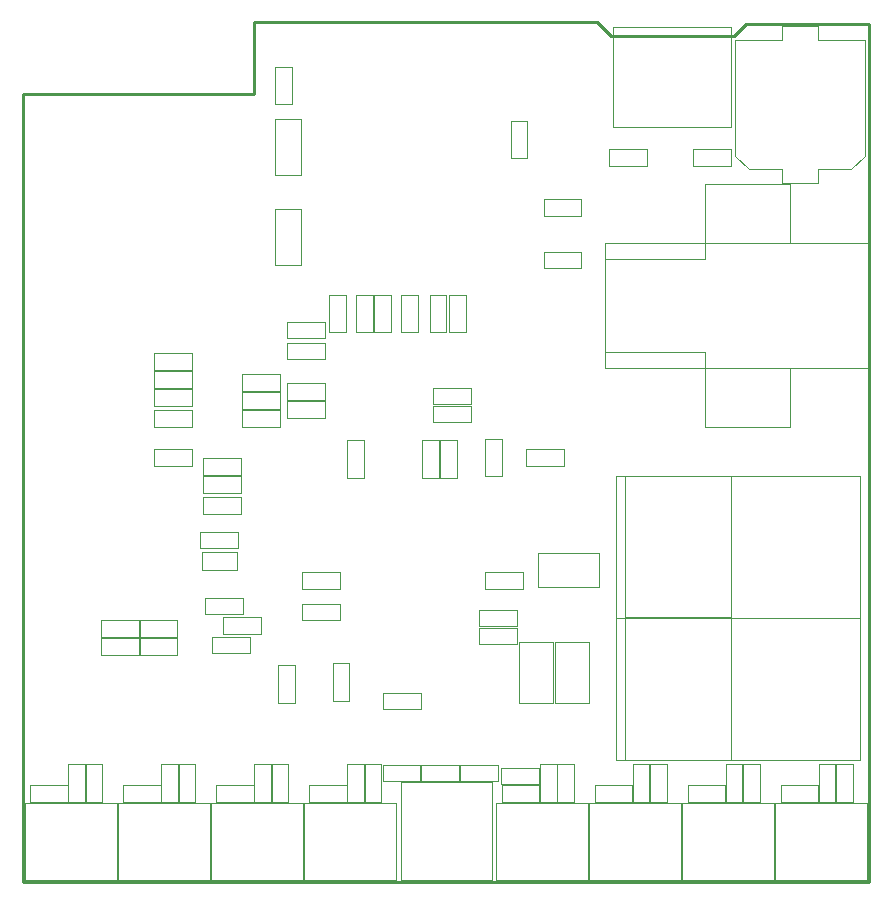
<source format=gbr>
%TF.GenerationSoftware,KiCad,Pcbnew,(7.0.0)*%
%TF.CreationDate,2023-03-12T03:28:47+03:00*%
%TF.ProjectId,ESP32-DEVKIT-L,45535033-322d-4444-9556-4b49542d4c2e,1*%
%TF.SameCoordinates,PX4260300PY8558f68*%
%TF.FileFunction,Other,User*%
%FSLAX46Y46*%
G04 Gerber Fmt 4.6, Leading zero omitted, Abs format (unit mm)*
G04 Created by KiCad (PCBNEW (7.0.0)) date 2023-03-12 03:28:47*
%MOMM*%
%LPD*%
G01*
G04 APERTURE LIST*
%ADD10C,0.050800*%
%ADD11C,0.050000*%
%TA.AperFunction,Profile*%
%ADD12C,0.254000*%
%TD*%
G04 APERTURE END LIST*
D10*
X35365500Y34214340D02*
X35365500Y37409660D01*
X36762500Y34214340D02*
X35365500Y34214340D01*
X35365500Y37409660D02*
X36762500Y37409660D01*
X36762500Y37409660D02*
X36762500Y34214340D01*
X33841500Y34214340D02*
X33841500Y37409660D01*
X35238500Y34214340D02*
X33841500Y34214340D01*
X33841500Y37409660D02*
X35238500Y37409660D01*
X35238500Y37409660D02*
X35238500Y34214340D01*
X15134400Y27973560D02*
X18131600Y27973560D01*
X15134400Y26378440D02*
X15134400Y27973560D01*
X18131600Y27973560D02*
X18131600Y26378440D01*
X18131600Y26378440D02*
X15134400Y26378440D01*
X37524500Y49728660D02*
X37524500Y46533340D01*
X36127500Y49728660D02*
X37524500Y49728660D01*
X37524500Y46533340D02*
X36127500Y46533340D01*
X36127500Y46533340D02*
X36127500Y49728660D01*
X40572500Y37536660D02*
X40572500Y34341340D01*
X39175500Y37536660D02*
X40572500Y37536660D01*
X40572500Y34341340D02*
X39175500Y34341340D01*
X39175500Y34341340D02*
X39175500Y37536660D01*
X28888500Y37409660D02*
X28888500Y34214340D01*
X27491500Y37409660D02*
X28888500Y37409660D01*
X28888500Y34214340D02*
X27491500Y34214340D01*
X27491500Y34214340D02*
X27491500Y37409660D01*
X35873500Y49728660D02*
X35873500Y46533340D01*
X34476500Y49728660D02*
X35873500Y49728660D01*
X35873500Y46533340D02*
X34476500Y46533340D01*
X34476500Y46533340D02*
X34476500Y49728660D01*
X25596660Y44257500D02*
X22401340Y44257500D01*
X25596660Y45654500D02*
X25596660Y44257500D01*
X22401340Y44257500D02*
X22401340Y45654500D01*
X22401340Y45654500D02*
X25596660Y45654500D01*
X25596660Y39304500D02*
X22401340Y39304500D01*
X25596660Y40701500D02*
X25596660Y39304500D01*
X22401340Y39304500D02*
X22401340Y40701500D01*
X22401340Y40701500D02*
X25596660Y40701500D01*
X25596660Y40828500D02*
X22401340Y40828500D01*
X25596660Y42225500D02*
X25596660Y40828500D01*
X22401340Y40828500D02*
X22401340Y42225500D01*
X22401340Y42225500D02*
X25596660Y42225500D01*
X37915660Y40447500D02*
X34720340Y40447500D01*
X37915660Y41844500D02*
X37915660Y40447500D01*
X34720340Y40447500D02*
X34720340Y41844500D01*
X34720340Y41844500D02*
X37915660Y41844500D01*
X11098340Y44765500D02*
X14293660Y44765500D01*
X11098340Y43368500D02*
X11098340Y44765500D01*
X14293660Y44765500D02*
X14293660Y43368500D01*
X14293660Y43368500D02*
X11098340Y43368500D01*
X21395500Y65837340D02*
X21395500Y69032660D01*
X22792500Y65837340D02*
X21395500Y65837340D01*
X21395500Y69032660D02*
X22792500Y69032660D01*
X22792500Y69032660D02*
X22792500Y65837340D01*
X42731500Y64460660D02*
X42731500Y61265340D01*
X41334500Y64460660D02*
X42731500Y64460660D01*
X42731500Y61265340D02*
X41334500Y61265340D01*
X41334500Y61265340D02*
X41334500Y64460660D01*
X29650500Y49728660D02*
X29650500Y46533340D01*
X28253500Y49728660D02*
X29650500Y49728660D01*
X29650500Y46533340D02*
X28253500Y46533340D01*
X28253500Y46533340D02*
X28253500Y49728660D01*
X27364500Y49728660D02*
X27364500Y46533340D01*
X25967500Y49728660D02*
X27364500Y49728660D01*
X27364500Y46533340D02*
X25967500Y46533340D01*
X25967500Y46533340D02*
X25967500Y49728660D01*
X33460500Y49728660D02*
X33460500Y46533340D01*
X32063500Y49728660D02*
X33460500Y49728660D01*
X33460500Y46533340D02*
X32063500Y46533340D01*
X32063500Y46533340D02*
X32063500Y49728660D01*
X31174500Y49728660D02*
X31174500Y46533340D01*
X29777500Y49728660D02*
X31174500Y49728660D01*
X31174500Y46533340D02*
X29777500Y46533340D01*
X29777500Y46533340D02*
X29777500Y49728660D01*
X30529340Y16000000D02*
X33724660Y16000000D01*
X30529340Y14603000D02*
X30529340Y16000000D01*
X33724660Y16000000D02*
X33724660Y14603000D01*
X33724660Y14603000D02*
X30529340Y14603000D01*
X34720340Y40323500D02*
X37915660Y40323500D01*
X34720340Y38926500D02*
X34720340Y40323500D01*
X37915660Y40323500D02*
X37915660Y38926500D01*
X37915660Y38926500D02*
X34720340Y38926500D01*
X25596660Y46035500D02*
X22401340Y46035500D01*
X25596660Y47432500D02*
X25596660Y46035500D01*
X22401340Y46035500D02*
X22401340Y47432500D01*
X22401340Y47432500D02*
X25596660Y47432500D01*
X38657340Y21524500D02*
X41852660Y21524500D01*
X38657340Y20127500D02*
X38657340Y21524500D01*
X41852660Y21524500D02*
X41852660Y20127500D01*
X41852660Y20127500D02*
X38657340Y20127500D01*
X26866660Y22159500D02*
X23671340Y22159500D01*
X26866660Y23556500D02*
X26866660Y22159500D01*
X23671340Y22159500D02*
X23671340Y23556500D01*
X23671340Y23556500D02*
X26866660Y23556500D01*
X18230660Y28255500D02*
X15035340Y28255500D01*
X18230660Y29652500D02*
X18230660Y28255500D01*
X15035340Y28255500D02*
X15035340Y29652500D01*
X15035340Y29652500D02*
X18230660Y29652500D01*
X23574820Y57005760D02*
X23574820Y52210240D01*
X21375180Y57005760D02*
X23574820Y57005760D01*
X23574820Y52210240D02*
X21375180Y52210240D01*
X21375180Y52210240D02*
X21375180Y57005760D01*
X21375180Y59830240D02*
X21375180Y64625760D01*
X23574820Y59830240D02*
X21375180Y59830240D01*
X21375180Y64625760D02*
X23574820Y64625760D01*
X23574820Y64625760D02*
X23574820Y59830240D01*
X47297160Y51978500D02*
X44101840Y51978500D01*
X47297160Y53375500D02*
X47297160Y51978500D01*
X44101840Y51978500D02*
X44101840Y53375500D01*
X44101840Y53375500D02*
X47297160Y53375500D01*
X26866660Y24826500D02*
X23671340Y24826500D01*
X26866660Y26223500D02*
X26866660Y24826500D01*
X23671340Y24826500D02*
X23671340Y26223500D01*
X23671340Y26223500D02*
X26866660Y26223500D01*
X39165340Y26223500D02*
X42360660Y26223500D01*
X39165340Y24826500D02*
X39165340Y26223500D01*
X42360660Y26223500D02*
X42360660Y24826500D01*
X42360660Y24826500D02*
X39165340Y24826500D01*
X27648500Y18547660D02*
X27648500Y15352340D01*
X26251500Y18547660D02*
X27648500Y18547660D01*
X27648500Y15352340D02*
X26251500Y15352340D01*
X26251500Y15352340D02*
X26251500Y18547660D01*
X38657340Y23048500D02*
X41852660Y23048500D01*
X38657340Y21651500D02*
X38657340Y23048500D01*
X41852660Y23048500D02*
X41852660Y21651500D01*
X41852660Y21651500D02*
X38657340Y21651500D01*
X45789660Y35240500D02*
X42594340Y35240500D01*
X45789660Y36637500D02*
X45789660Y35240500D01*
X42594340Y35240500D02*
X42594340Y36637500D01*
X42594340Y36637500D02*
X45789660Y36637500D01*
X21611500Y15133980D02*
X21611500Y18329300D01*
X23008500Y15133980D02*
X21611500Y15133980D01*
X21611500Y18329300D02*
X23008500Y18329300D01*
X23008500Y18329300D02*
X23008500Y15133980D01*
X14293660Y41844500D02*
X11098340Y41844500D01*
X14293660Y43241500D02*
X14293660Y41844500D01*
X11098340Y41844500D02*
X11098340Y43241500D01*
X11098340Y43241500D02*
X14293660Y43241500D01*
X11098340Y41717500D02*
X14293660Y41717500D01*
X11098340Y40320500D02*
X11098340Y41717500D01*
X14293660Y41717500D02*
X14293660Y40320500D01*
X14293660Y40320500D02*
X11098340Y40320500D01*
X44101840Y57820500D02*
X47297160Y57820500D01*
X44101840Y56423500D02*
X44101840Y57820500D01*
X47297160Y57820500D02*
X47297160Y56423500D01*
X47297160Y56423500D02*
X44101840Y56423500D01*
X13097660Y19241500D02*
X9902340Y19241500D01*
X13097660Y20638500D02*
X13097660Y19241500D01*
X9902340Y19241500D02*
X9902340Y20638500D01*
X9902340Y20638500D02*
X13097660Y20638500D01*
X18484660Y34478500D02*
X15289340Y34478500D01*
X18484660Y35875500D02*
X18484660Y34478500D01*
X15289340Y34478500D02*
X15289340Y35875500D01*
X15289340Y35875500D02*
X18484660Y35875500D01*
X21786660Y41590500D02*
X18591340Y41590500D01*
X21786660Y42987500D02*
X21786660Y41590500D01*
X18591340Y41590500D02*
X18591340Y42987500D01*
X18591340Y42987500D02*
X21786660Y42987500D01*
X18591339Y39939500D02*
X21786659Y39939500D01*
X18591339Y38542500D02*
X18591339Y39939500D01*
X21786659Y39939500D02*
X21786659Y38542500D01*
X21786659Y38542500D02*
X18591339Y38542500D01*
X18591339Y41463500D02*
X21786659Y41463500D01*
X18591339Y40066500D02*
X18591339Y41463500D01*
X21786659Y41463500D02*
X21786659Y40066500D01*
X21786659Y40066500D02*
X18591339Y40066500D01*
X9848660Y20762500D02*
X6653340Y20762500D01*
X9848660Y22159500D02*
X9848660Y20762500D01*
X6653340Y20762500D02*
X6653340Y22159500D01*
X6653340Y22159500D02*
X9848660Y22159500D01*
X18484660Y32954500D02*
X15289340Y32954500D01*
X18484660Y34351500D02*
X18484660Y32954500D01*
X15289340Y32954500D02*
X15289340Y34351500D01*
X15289340Y34351500D02*
X18484660Y34351500D01*
X15289340Y32573500D02*
X18484660Y32573500D01*
X15289340Y31176500D02*
X15289340Y32573500D01*
X18484660Y32573500D02*
X18484660Y31176500D01*
X18484660Y31176500D02*
X15289340Y31176500D01*
X13097660Y20765500D02*
X9902340Y20765500D01*
X13097660Y22162500D02*
X13097660Y20765500D01*
X9902340Y20765500D02*
X9902340Y22162500D01*
X9902340Y22162500D02*
X13097660Y22162500D01*
X9848660Y19238500D02*
X6653340Y19238500D01*
X9848660Y20635500D02*
X9848660Y19238500D01*
X6653340Y19238500D02*
X6653340Y20635500D01*
X6653340Y20635500D02*
X9848660Y20635500D01*
X20135660Y21016500D02*
X16940340Y21016500D01*
X20135660Y22413500D02*
X20135660Y21016500D01*
X16940340Y21016500D02*
X16940340Y22413500D01*
X16940340Y22413500D02*
X20135660Y22413500D01*
X18611660Y22667500D02*
X15416340Y22667500D01*
X18611660Y24064500D02*
X18611660Y22667500D01*
X15416340Y22667500D02*
X15416340Y24064500D01*
X15416340Y24064500D02*
X18611660Y24064500D01*
X19246660Y19365500D02*
X16051340Y19365500D01*
X19246660Y20762500D02*
X19246660Y19365500D01*
X16051340Y19365500D02*
X16051340Y20762500D01*
X16051340Y20762500D02*
X19246660Y20762500D01*
X14293660Y38542500D02*
X11098340Y38542500D01*
X14293660Y39939500D02*
X14293660Y38542500D01*
X11098340Y38542500D02*
X11098340Y39939500D01*
X11098340Y39939500D02*
X14293660Y39939500D01*
X14293660Y35240500D02*
X11098340Y35240500D01*
X14293660Y36637500D02*
X14293660Y35240500D01*
X11098340Y35240500D02*
X11098340Y36637500D01*
X11098340Y36637500D02*
X14293660Y36637500D01*
X28868500Y9984381D02*
X28868500Y6789061D01*
X27471500Y9984381D02*
X28868500Y9984381D01*
X28868500Y6789061D02*
X27471500Y6789061D01*
X27471500Y6789061D02*
X27471500Y9984381D01*
X40222660Y8520680D02*
X37027340Y8520680D01*
X40222660Y9917680D02*
X40222660Y8520680D01*
X37027340Y8520680D02*
X37027340Y9917680D01*
X37027340Y9917680D02*
X40222660Y9917680D01*
X16342340Y8178500D02*
X19537660Y8178500D01*
X16342340Y6781500D02*
X16342340Y8178500D01*
X19537660Y8178500D02*
X19537660Y6781500D01*
X19537660Y6781500D02*
X16342340Y6781500D01*
D11*
X8030000Y6720000D02*
X8030000Y160000D01*
X8030000Y160000D02*
X15830000Y160000D01*
X15830000Y6720000D02*
X8030000Y6720000D01*
X15830000Y160000D02*
X15830000Y6720000D01*
D10*
X64153900Y8173500D02*
X67349220Y8173500D01*
X64153900Y6776500D02*
X64153900Y8173500D01*
X67349220Y8173500D02*
X67349220Y6776500D01*
X67349220Y6776500D02*
X64153900Y6776500D01*
X48813260Y24952200D02*
X43636740Y24952200D01*
X48813260Y27847800D02*
X48813260Y24952200D01*
X43636740Y24952200D02*
X43636740Y27847800D01*
X43636740Y27847800D02*
X48813260Y27847800D01*
X5258500Y9986020D02*
X5258500Y6790700D01*
X3861500Y9986020D02*
X5258500Y9986020D01*
X5258500Y6790700D02*
X3861500Y6790700D01*
X3861500Y6790700D02*
X3861500Y9986020D01*
D11*
X160000Y6720000D02*
X160000Y160000D01*
X160000Y160000D02*
X7960000Y160000D01*
X7960000Y6720000D02*
X160000Y6720000D01*
X7960000Y160000D02*
X7960000Y6720000D01*
X70860000Y34385000D02*
X50210000Y34385000D01*
X50210000Y34385000D02*
X50210000Y22385000D01*
X70860000Y22385000D02*
X70860000Y34385000D01*
X50210000Y22385000D02*
X70860000Y22385000D01*
D10*
X612340Y8178500D02*
X3807660Y8178500D01*
X612340Y6781500D02*
X612340Y8178500D01*
X3807660Y8178500D02*
X3807660Y6781500D01*
X3807660Y6781500D02*
X612340Y6781500D01*
D11*
X47960000Y6714115D02*
X47960000Y154115D01*
X47960000Y154115D02*
X55760000Y154115D01*
X55760000Y6714115D02*
X47960000Y6714115D01*
X55760000Y154115D02*
X55760000Y6714115D01*
X55830000Y6715112D02*
X55830000Y155112D01*
X55830000Y155112D02*
X63630000Y155112D01*
X63630000Y6715112D02*
X55830000Y6715112D01*
X63630000Y155112D02*
X63630000Y6715112D01*
D10*
X22473500Y9985309D02*
X22473500Y6789989D01*
X21076500Y9985309D02*
X22473500Y9985309D01*
X22473500Y6789989D02*
X21076500Y6789989D01*
X21076500Y6789989D02*
X21076500Y9985309D01*
D11*
X23770000Y6716721D02*
X23770000Y156721D01*
X23770000Y156721D02*
X31570000Y156721D01*
X31570000Y6716721D02*
X23770000Y6716721D01*
X31570000Y156721D02*
X31570000Y6716721D01*
D10*
X54533500Y9981775D02*
X54533500Y6786455D01*
X53136500Y9981775D02*
X54533500Y9981775D01*
X54533500Y6786455D02*
X53136500Y6786455D01*
X53136500Y6786455D02*
X53136500Y9981775D01*
D11*
X70860000Y22310000D02*
X50210000Y22310000D01*
X50210000Y22310000D02*
X50210000Y10310000D01*
X70860000Y10310000D02*
X70860000Y22310000D01*
X50210000Y10310000D02*
X70860000Y10310000D01*
D10*
X49652340Y62048500D02*
X52847660Y62048500D01*
X49652340Y60651500D02*
X49652340Y62048500D01*
X52847660Y62048500D02*
X52847660Y60651500D01*
X52847660Y60651500D02*
X49652340Y60651500D01*
X56283180Y8173612D02*
X59478500Y8173612D01*
X56283180Y6776612D02*
X56283180Y8173612D01*
X59478500Y8173612D02*
X59478500Y6776612D01*
X59478500Y6776612D02*
X56283180Y6776612D01*
D11*
X59975000Y22335000D02*
X50975000Y22335000D01*
X50975000Y22335000D02*
X50975000Y10335000D01*
X59975000Y10335000D02*
X59975000Y22335000D01*
X50975000Y10335000D02*
X59975000Y10335000D01*
D10*
X53058500Y9978495D02*
X53058500Y6783175D01*
X51661500Y9978495D02*
X53058500Y9978495D01*
X53058500Y6783175D02*
X51661500Y6783175D01*
X51661500Y6783175D02*
X51661500Y9978495D01*
X60928500Y9982772D02*
X60928500Y6787452D01*
X59531500Y9982772D02*
X60928500Y9982772D01*
X60928500Y6787452D02*
X59531500Y6787452D01*
X59531500Y6787452D02*
X59531500Y9982772D01*
D11*
X59967500Y34395000D02*
X50967500Y34395000D01*
X50967500Y34395000D02*
X50967500Y22395000D01*
X59967500Y22395000D02*
X59967500Y34395000D01*
X50967500Y22395000D02*
X59967500Y22395000D01*
D10*
X6733500Y9987660D02*
X6733500Y6792340D01*
X5336500Y9987660D02*
X6733500Y9987660D01*
X6733500Y6792340D02*
X5336500Y6792340D01*
X5336500Y6792340D02*
X5336500Y9987660D01*
X36942660Y8521500D02*
X33747340Y8521500D01*
X36942660Y9918500D02*
X36942660Y8521500D01*
X33747340Y8521500D02*
X33747340Y9918500D01*
X33747340Y9918500D02*
X36942660Y9918500D01*
X30343500Y9984381D02*
X30343500Y6789061D01*
X28946500Y9984381D02*
X30343500Y9984381D01*
X30343500Y6789061D02*
X28946500Y6789061D01*
X28946500Y6789061D02*
X28946500Y9984381D01*
X48411500Y8172615D02*
X51606820Y8172615D01*
X48411500Y6775615D02*
X48411500Y8172615D01*
X51606820Y8172615D02*
X51606820Y6775615D01*
X51606820Y6775615D02*
X48411500Y6775615D01*
D11*
X40090000Y6713893D02*
X40090000Y153893D01*
X40090000Y153893D02*
X47890000Y153893D01*
X47890000Y6713893D02*
X40090000Y6713893D01*
X47890000Y153893D02*
X47890000Y6713893D01*
D10*
X68799220Y9985940D02*
X68799220Y6790620D01*
X67402220Y9985940D02*
X68799220Y9985940D01*
X68799220Y6790620D02*
X67402220Y6790620D01*
X67402220Y6790620D02*
X67402220Y9985940D01*
D11*
X71565000Y54100000D02*
X49315000Y54100000D01*
X49315000Y54100000D02*
X49315000Y43500000D01*
X71565000Y43500000D02*
X71565000Y54100000D01*
X49315000Y43500000D02*
X71565000Y43500000D01*
D10*
X56727340Y62048500D02*
X59922660Y62048500D01*
X56727340Y60651500D02*
X56727340Y62048500D01*
X59922660Y62048500D02*
X59922660Y60651500D01*
X59922660Y60651500D02*
X56727340Y60651500D01*
D11*
X32000000Y8465000D02*
X32000000Y165000D01*
X32000000Y165000D02*
X39700000Y165000D01*
X39700000Y8465000D02*
X32000000Y8465000D01*
X39700000Y165000D02*
X39700000Y8465000D01*
D10*
X8482340Y8178500D02*
X11677660Y8178500D01*
X8482340Y6781500D02*
X8482340Y8178500D01*
X11677660Y8178500D02*
X11677660Y6781500D01*
X11677660Y6781500D02*
X8482340Y6781500D01*
X14603500Y9987660D02*
X14603500Y6792340D01*
X13206500Y9987660D02*
X14603500Y9987660D01*
X14603500Y6792340D02*
X13206500Y6792340D01*
X13206500Y6792340D02*
X13206500Y9987660D01*
X43697660Y8281500D02*
X40502340Y8281500D01*
X43697660Y9678500D02*
X43697660Y8281500D01*
X40502340Y8281500D02*
X40502340Y9678500D01*
X40502340Y9678500D02*
X43697660Y9678500D01*
X46663500Y9981553D02*
X46663500Y6786233D01*
X45266500Y9981553D02*
X46663500Y9981553D01*
X46663500Y6786233D02*
X45266500Y6786233D01*
X45266500Y6786233D02*
X45266500Y9981553D01*
X20998500Y9985309D02*
X20998500Y6789989D01*
X19601500Y9985309D02*
X20998500Y9985309D01*
X20998500Y6789989D02*
X19601500Y6789989D01*
X19601500Y6789989D02*
X19601500Y9985309D01*
X27418500Y6778221D02*
X24223180Y6778221D01*
X27418500Y8175221D02*
X27418500Y6778221D01*
X24223180Y6778221D02*
X24223180Y8175221D01*
X24223180Y8175221D02*
X27418500Y8175221D01*
D11*
X63710000Y6715000D02*
X63710000Y155000D01*
X63710000Y155000D02*
X71510000Y155000D01*
X71510000Y6715000D02*
X63710000Y6715000D01*
X71510000Y155000D02*
X71510000Y6715000D01*
D10*
X40543180Y8172393D02*
X43738500Y8172393D01*
X40543180Y6775393D02*
X40543180Y8172393D01*
X43738500Y8172393D02*
X43738500Y6775393D01*
X43738500Y6775393D02*
X40543180Y6775393D01*
D11*
X49975000Y63950000D02*
X59975000Y63950000D01*
X59975000Y63950000D02*
X59975000Y72350000D01*
X49975000Y72350000D02*
X49975000Y63950000D01*
X59975000Y72350000D02*
X49975000Y72350000D01*
D10*
X70274220Y9982660D02*
X70274220Y6787340D01*
X68877220Y9982660D02*
X70274220Y9982660D01*
X70274220Y6787340D02*
X68877220Y6787340D01*
X68877220Y6787340D02*
X68877220Y9982660D01*
X13128500Y9986020D02*
X13128500Y6790700D01*
X11731500Y9986020D02*
X13128500Y9986020D01*
X13128500Y6790700D02*
X11731500Y6790700D01*
X11731500Y6790700D02*
X11731500Y9986020D01*
X45027200Y15139340D02*
X45027200Y20315860D01*
X47922800Y15139340D02*
X45027200Y15139340D01*
X45027200Y20315860D02*
X47922800Y20315860D01*
X47922800Y20315860D02*
X47922800Y15139340D01*
X30472340Y9918500D02*
X33667660Y9918500D01*
X30472340Y8521500D02*
X30472340Y9918500D01*
X33667660Y9918500D02*
X33667660Y8521500D01*
X33667660Y8521500D02*
X30472340Y8521500D01*
X62403500Y9982772D02*
X62403500Y6787452D01*
X61006500Y9982772D02*
X62403500Y9982772D01*
X62403500Y6787452D02*
X61006500Y6787452D01*
X61006500Y6787452D02*
X61006500Y9982772D01*
X45188500Y9979913D02*
X45188500Y6784593D01*
X43791500Y9979913D02*
X45188500Y9979913D01*
X45188500Y6784593D02*
X43791500Y6784593D01*
X43791500Y6784593D02*
X43791500Y9979913D01*
D11*
X15900000Y6717649D02*
X15900000Y157649D01*
X15900000Y157649D02*
X23700000Y157649D01*
X23700000Y6717649D02*
X15900000Y6717649D01*
X23700000Y157649D02*
X23700000Y6717649D01*
X64310000Y59170000D02*
X67310000Y59170000D01*
X67310000Y59170000D02*
X67310000Y60320000D01*
X61460000Y60320000D02*
X64310000Y60320000D01*
X61460000Y60320000D02*
X60310000Y61470000D01*
X64310000Y60320000D02*
X64310000Y59170000D01*
X67310000Y60320000D02*
X70160000Y60320000D01*
X70160000Y60320000D02*
X71310000Y61470000D01*
X60310000Y61470000D02*
X60310000Y71320000D01*
X71310000Y61470000D02*
X71310000Y71320000D01*
X60310000Y71320000D02*
X64310000Y71320000D01*
X64310000Y71320000D02*
X64310000Y72470000D01*
X67310000Y71320000D02*
X71310000Y71320000D01*
X64310000Y72470000D02*
X67310000Y72470000D01*
X67310000Y72470000D02*
X67310000Y71320000D01*
X64965000Y59100000D02*
X57765000Y59100000D01*
X57765000Y59100000D02*
X57765000Y52750000D01*
X71565000Y54100000D02*
X64965000Y54100000D01*
X64965000Y54100000D02*
X64965000Y59100000D01*
X57765000Y52750000D02*
X49315000Y52750000D01*
X49315000Y52750000D02*
X49315000Y48800000D01*
X71565000Y48800000D02*
X71565000Y54100000D01*
X71565000Y48800000D02*
X71565000Y43500000D01*
X57765000Y44850000D02*
X49315000Y44850000D01*
X49315000Y44850000D02*
X49315000Y48800000D01*
X71565000Y43500000D02*
X64965000Y43500000D01*
X64965000Y43500000D02*
X64965000Y38500000D01*
X64965000Y38500000D02*
X57765000Y38500000D01*
X57765000Y38500000D02*
X57765000Y44850000D01*
D10*
X41977200Y15139340D02*
X41977200Y20315860D01*
X44872800Y15139340D02*
X41977200Y15139340D01*
X41977200Y20315860D02*
X44872800Y20315860D01*
X44872800Y20315860D02*
X44872800Y15139340D01*
D12*
X48650000Y72773492D02*
X49770000Y71659000D01*
X48650000Y72773492D02*
X19554000Y72769000D01*
X-4000Y66673000D02*
X0Y0D01*
X61200000Y72675000D02*
X71675000Y72675000D01*
X19554000Y66673000D02*
X19554000Y72769000D01*
X60184000Y71659000D02*
X61200000Y72675000D01*
X49770000Y71659000D02*
X60184000Y71659000D01*
X71675000Y72675000D02*
X71675000Y0D01*
X-4000Y66673000D02*
X19554000Y66673000D01*
X0Y0D02*
X71675000Y0D01*
M02*

</source>
